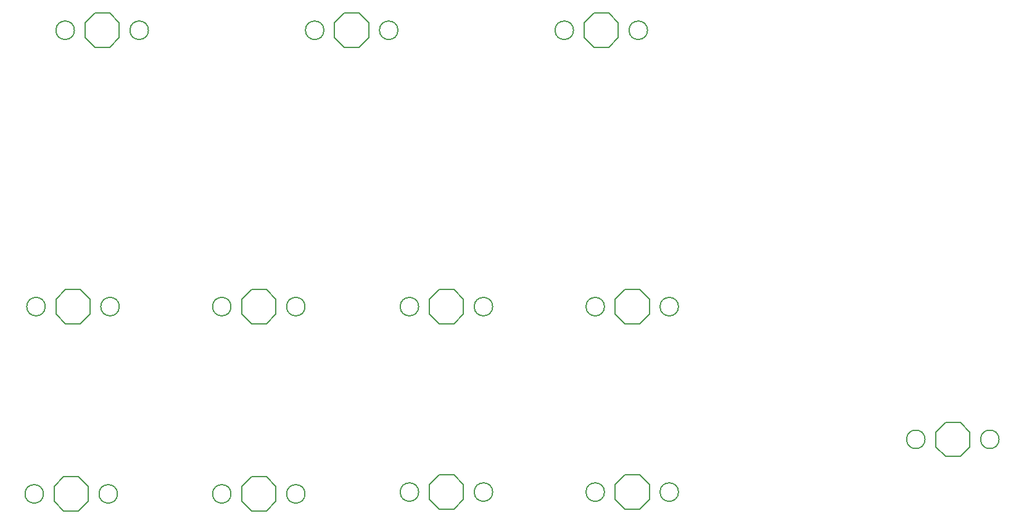
<source format=gbr>
G04 #@! TF.FileFunction,Legend,Bot*
%FSLAX46Y46*%
G04 Gerber Fmt 4.6, Leading zero omitted, Abs format (unit mm)*
G04 Created by KiCad (PCBNEW 4.0.7) date Friday, 01. December 2017 'u24' 00:24:13*
%MOMM*%
%LPD*%
G01*
G04 APERTURE LIST*
%ADD10C,0.100000*%
%ADD11C,0.152400*%
G04 APERTURE END LIST*
D10*
D11*
X34100000Y-19750000D02*
G75*
G03X34100000Y-19750000I-1270000J0D01*
G01*
X23940000Y-19750000D02*
G75*
G03X23940000Y-19750000I-1270000J0D01*
G01*
X25400500Y-18734000D02*
X26734000Y-17400500D01*
X26734000Y-17400500D02*
X28766000Y-17400500D01*
X28766000Y-17400500D02*
X30099500Y-18734000D01*
X30099500Y-18734000D02*
X30099500Y-20766000D01*
X30099500Y-20766000D02*
X28766000Y-22099500D01*
X28766000Y-22099500D02*
X26734000Y-22099500D01*
X26734000Y-22099500D02*
X25400500Y-20766000D01*
X25400500Y-20766000D02*
X25400500Y-18734000D01*
X68350000Y-19750000D02*
G75*
G03X68350000Y-19750000I-1270000J0D01*
G01*
X58190000Y-19750000D02*
G75*
G03X58190000Y-19750000I-1270000J0D01*
G01*
X59650500Y-18734000D02*
X60984000Y-17400500D01*
X60984000Y-17400500D02*
X63016000Y-17400500D01*
X63016000Y-17400500D02*
X64349500Y-18734000D01*
X64349500Y-18734000D02*
X64349500Y-20766000D01*
X64349500Y-20766000D02*
X63016000Y-22099500D01*
X63016000Y-22099500D02*
X60984000Y-22099500D01*
X60984000Y-22099500D02*
X59650500Y-20766000D01*
X59650500Y-20766000D02*
X59650500Y-18734000D01*
X102600000Y-19750000D02*
G75*
G03X102600000Y-19750000I-1270000J0D01*
G01*
X92440000Y-19750000D02*
G75*
G03X92440000Y-19750000I-1270000J0D01*
G01*
X93900500Y-18734000D02*
X95234000Y-17400500D01*
X95234000Y-17400500D02*
X97266000Y-17400500D01*
X97266000Y-17400500D02*
X98599500Y-18734000D01*
X98599500Y-18734000D02*
X98599500Y-20766000D01*
X98599500Y-20766000D02*
X97266000Y-22099500D01*
X97266000Y-22099500D02*
X95234000Y-22099500D01*
X95234000Y-22099500D02*
X93900500Y-20766000D01*
X93900500Y-20766000D02*
X93900500Y-18734000D01*
X30100000Y-57750000D02*
G75*
G03X30100000Y-57750000I-1270000J0D01*
G01*
X19940000Y-57750000D02*
G75*
G03X19940000Y-57750000I-1270000J0D01*
G01*
X21400500Y-56734000D02*
X22734000Y-55400500D01*
X22734000Y-55400500D02*
X24766000Y-55400500D01*
X24766000Y-55400500D02*
X26099500Y-56734000D01*
X26099500Y-56734000D02*
X26099500Y-58766000D01*
X26099500Y-58766000D02*
X24766000Y-60099500D01*
X24766000Y-60099500D02*
X22734000Y-60099500D01*
X22734000Y-60099500D02*
X21400500Y-58766000D01*
X21400500Y-58766000D02*
X21400500Y-56734000D01*
X55600000Y-57750000D02*
G75*
G03X55600000Y-57750000I-1270000J0D01*
G01*
X45440000Y-57750000D02*
G75*
G03X45440000Y-57750000I-1270000J0D01*
G01*
X46900500Y-56734000D02*
X48234000Y-55400500D01*
X48234000Y-55400500D02*
X50266000Y-55400500D01*
X50266000Y-55400500D02*
X51599500Y-56734000D01*
X51599500Y-56734000D02*
X51599500Y-58766000D01*
X51599500Y-58766000D02*
X50266000Y-60099500D01*
X50266000Y-60099500D02*
X48234000Y-60099500D01*
X48234000Y-60099500D02*
X46900500Y-58766000D01*
X46900500Y-58766000D02*
X46900500Y-56734000D01*
X81350000Y-57750000D02*
G75*
G03X81350000Y-57750000I-1270000J0D01*
G01*
X71190000Y-57750000D02*
G75*
G03X71190000Y-57750000I-1270000J0D01*
G01*
X72650500Y-56734000D02*
X73984000Y-55400500D01*
X73984000Y-55400500D02*
X76016000Y-55400500D01*
X76016000Y-55400500D02*
X77349500Y-56734000D01*
X77349500Y-56734000D02*
X77349500Y-58766000D01*
X77349500Y-58766000D02*
X76016000Y-60099500D01*
X76016000Y-60099500D02*
X73984000Y-60099500D01*
X73984000Y-60099500D02*
X72650500Y-58766000D01*
X72650500Y-58766000D02*
X72650500Y-56734000D01*
X106850000Y-57750000D02*
G75*
G03X106850000Y-57750000I-1270000J0D01*
G01*
X96690000Y-57750000D02*
G75*
G03X96690000Y-57750000I-1270000J0D01*
G01*
X98150500Y-56734000D02*
X99484000Y-55400500D01*
X99484000Y-55400500D02*
X101516000Y-55400500D01*
X101516000Y-55400500D02*
X102849500Y-56734000D01*
X102849500Y-56734000D02*
X102849500Y-58766000D01*
X102849500Y-58766000D02*
X101516000Y-60099500D01*
X101516000Y-60099500D02*
X99484000Y-60099500D01*
X99484000Y-60099500D02*
X98150500Y-58766000D01*
X98150500Y-58766000D02*
X98150500Y-56734000D01*
X29850000Y-83500000D02*
G75*
G03X29850000Y-83500000I-1270000J0D01*
G01*
X19690000Y-83500000D02*
G75*
G03X19690000Y-83500000I-1270000J0D01*
G01*
X21150500Y-82484000D02*
X22484000Y-81150500D01*
X22484000Y-81150500D02*
X24516000Y-81150500D01*
X24516000Y-81150500D02*
X25849500Y-82484000D01*
X25849500Y-82484000D02*
X25849500Y-84516000D01*
X25849500Y-84516000D02*
X24516000Y-85849500D01*
X24516000Y-85849500D02*
X22484000Y-85849500D01*
X22484000Y-85849500D02*
X21150500Y-84516000D01*
X21150500Y-84516000D02*
X21150500Y-82484000D01*
X55600000Y-83500000D02*
G75*
G03X55600000Y-83500000I-1270000J0D01*
G01*
X45440000Y-83500000D02*
G75*
G03X45440000Y-83500000I-1270000J0D01*
G01*
X46900500Y-82484000D02*
X48234000Y-81150500D01*
X48234000Y-81150500D02*
X50266000Y-81150500D01*
X50266000Y-81150500D02*
X51599500Y-82484000D01*
X51599500Y-82484000D02*
X51599500Y-84516000D01*
X51599500Y-84516000D02*
X50266000Y-85849500D01*
X50266000Y-85849500D02*
X48234000Y-85849500D01*
X48234000Y-85849500D02*
X46900500Y-84516000D01*
X46900500Y-84516000D02*
X46900500Y-82484000D01*
X81350000Y-83250000D02*
G75*
G03X81350000Y-83250000I-1270000J0D01*
G01*
X71190000Y-83250000D02*
G75*
G03X71190000Y-83250000I-1270000J0D01*
G01*
X72650500Y-82234000D02*
X73984000Y-80900500D01*
X73984000Y-80900500D02*
X76016000Y-80900500D01*
X76016000Y-80900500D02*
X77349500Y-82234000D01*
X77349500Y-82234000D02*
X77349500Y-84266000D01*
X77349500Y-84266000D02*
X76016000Y-85599500D01*
X76016000Y-85599500D02*
X73984000Y-85599500D01*
X73984000Y-85599500D02*
X72650500Y-84266000D01*
X72650500Y-84266000D02*
X72650500Y-82234000D01*
X106850000Y-83250000D02*
G75*
G03X106850000Y-83250000I-1270000J0D01*
G01*
X96690000Y-83250000D02*
G75*
G03X96690000Y-83250000I-1270000J0D01*
G01*
X98150500Y-82234000D02*
X99484000Y-80900500D01*
X99484000Y-80900500D02*
X101516000Y-80900500D01*
X101516000Y-80900500D02*
X102849500Y-82234000D01*
X102849500Y-82234000D02*
X102849500Y-84266000D01*
X102849500Y-84266000D02*
X101516000Y-85599500D01*
X101516000Y-85599500D02*
X99484000Y-85599500D01*
X99484000Y-85599500D02*
X98150500Y-84266000D01*
X98150500Y-84266000D02*
X98150500Y-82234000D01*
X150850000Y-76000000D02*
G75*
G03X150850000Y-76000000I-1270000J0D01*
G01*
X140690000Y-76000000D02*
G75*
G03X140690000Y-76000000I-1270000J0D01*
G01*
X142150500Y-74984000D02*
X143484000Y-73650500D01*
X143484000Y-73650500D02*
X145516000Y-73650500D01*
X145516000Y-73650500D02*
X146849500Y-74984000D01*
X146849500Y-74984000D02*
X146849500Y-77016000D01*
X146849500Y-77016000D02*
X145516000Y-78349500D01*
X145516000Y-78349500D02*
X143484000Y-78349500D01*
X143484000Y-78349500D02*
X142150500Y-77016000D01*
X142150500Y-77016000D02*
X142150500Y-74984000D01*
M02*

</source>
